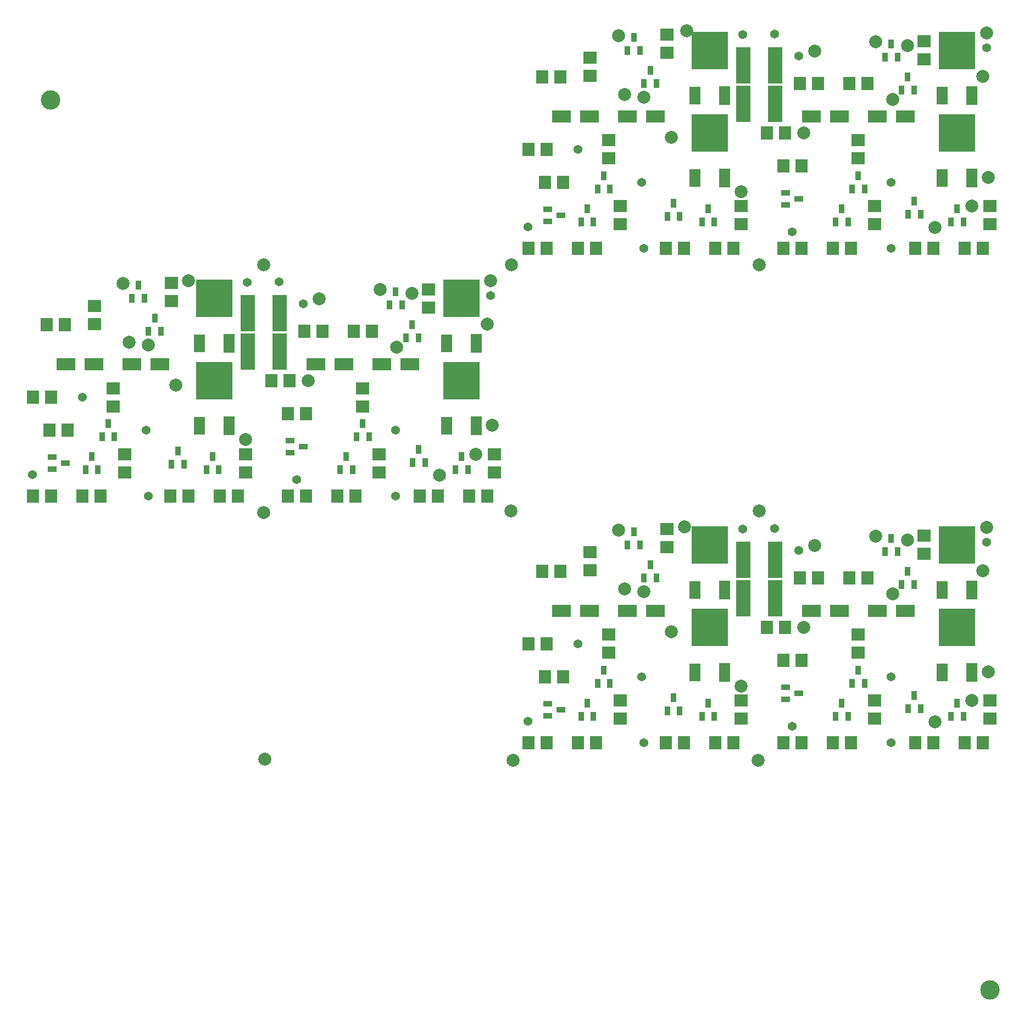
<source format=gts>
G04 Layer_Color=8388736*
%FSLAX25Y25*%
%MOIN*%
G70*
G01*
G75*
%ADD29C,0.05400*%
G04:AMPARAMS|DCode=30|XSize=70.99mil|YSize=78.87mil|CornerRadius=0mil|HoleSize=0mil|Usage=FLASHONLY|Rotation=270.000|XOffset=0mil|YOffset=0mil|HoleType=Round|Shape=RoundedRectangle|*
%AMROUNDEDRECTD30*
21,1,0.07099,0.07887,0,0,270.0*
21,1,0.07099,0.07887,0,0,270.0*
1,1,0.00000,-0.03943,-0.03550*
1,1,0.00000,-0.03943,0.03550*
1,1,0.00000,0.03943,0.03550*
1,1,0.00000,0.03943,-0.03550*
%
%ADD30ROUNDEDRECTD30*%
%ADD31R,0.11233X0.07690*%
%ADD32R,0.07000X0.11200*%
%ADD33R,0.22200X0.22800*%
%ADD34R,0.07000X0.11100*%
%ADD35R,0.03800X0.05800*%
%ADD36R,0.05800X0.03800*%
G04:AMPARAMS|DCode=37|XSize=70.99mil|YSize=78.87mil|CornerRadius=0mil|HoleSize=0mil|Usage=FLASHONLY|Rotation=0.000|XOffset=0mil|YOffset=0mil|HoleType=Round|Shape=RoundedRectangle|*
%AMROUNDEDRECTD37*
21,1,0.07099,0.07887,0,0,0.0*
21,1,0.07099,0.07887,0,0,0.0*
1,1,0.00000,0.03550,-0.03943*
1,1,0.00000,-0.03550,-0.03943*
1,1,0.00000,-0.03550,0.03943*
1,1,0.00000,0.03550,0.03943*
%
%ADD37ROUNDEDRECTD37*%
%ADD38R,0.08674X0.22060*%
%ADD39C,0.11811*%
%ADD40C,0.07868*%
D29*
X229300Y349600D02*
D03*
X77765Y349600D02*
D03*
X229300Y309600D02*
D03*
X173100Y426300D02*
D03*
X169300Y319600D02*
D03*
X79300Y309600D02*
D03*
X39300Y369600D02*
D03*
X8700Y322600D02*
D03*
X149300Y299600D02*
D03*
X287000Y431300D02*
D03*
X139100Y439200D02*
D03*
X158600Y439500D02*
D03*
X530000Y200000D02*
D03*
X378465Y200000D02*
D03*
X530000Y160000D02*
D03*
X473800Y276700D02*
D03*
X470000Y170000D02*
D03*
X380000Y160000D02*
D03*
X340000Y220000D02*
D03*
X309400Y173000D02*
D03*
X450000Y150000D02*
D03*
X587700Y281700D02*
D03*
X439800Y289600D02*
D03*
X459300Y289900D02*
D03*
Y589900D02*
D03*
X439800Y589600D02*
D03*
X470000Y470000D02*
D03*
X530000Y500000D02*
D03*
X587700Y581700D02*
D03*
X309400Y473000D02*
D03*
X473800Y576700D02*
D03*
X340000Y520000D02*
D03*
X530000Y460000D02*
D03*
X380000D02*
D03*
X450000Y450000D02*
D03*
X378465Y500000D02*
D03*
D30*
X209300Y375112D02*
D03*
Y364088D02*
D03*
X57765Y375112D02*
D03*
Y364088D02*
D03*
X289300Y324088D02*
D03*
Y335112D02*
D03*
X249300Y435112D02*
D03*
Y424088D02*
D03*
X219300Y324088D02*
D03*
Y335112D02*
D03*
X138119Y324088D02*
D03*
Y335112D02*
D03*
X93050Y439112D02*
D03*
Y428088D02*
D03*
X64812Y324088D02*
D03*
Y335112D02*
D03*
X46500Y425112D02*
D03*
Y414088D02*
D03*
X510000Y225512D02*
D03*
Y214488D02*
D03*
X358465Y225512D02*
D03*
Y214488D02*
D03*
X590000Y174488D02*
D03*
Y185512D02*
D03*
X550000Y285512D02*
D03*
Y274488D02*
D03*
X520000Y174488D02*
D03*
Y185512D02*
D03*
X438819Y174488D02*
D03*
Y185512D02*
D03*
X393750Y289512D02*
D03*
Y278488D02*
D03*
X365512Y174488D02*
D03*
Y185512D02*
D03*
X347200Y275512D02*
D03*
Y264488D02*
D03*
X358465Y525512D02*
D03*
Y514488D02*
D03*
X510000Y525512D02*
D03*
Y514488D02*
D03*
X365512Y474488D02*
D03*
Y485512D02*
D03*
X347200Y575512D02*
D03*
Y564488D02*
D03*
X393750Y589512D02*
D03*
Y578488D02*
D03*
X438819Y474488D02*
D03*
Y485512D02*
D03*
X520000Y474488D02*
D03*
Y485512D02*
D03*
X550000Y585512D02*
D03*
Y574488D02*
D03*
X590000Y474488D02*
D03*
Y485512D02*
D03*
D31*
X197765Y389600D02*
D03*
X180835D02*
D03*
X46229Y389600D02*
D03*
X29300D02*
D03*
X237765Y389600D02*
D03*
X220835D02*
D03*
X86229Y389600D02*
D03*
X69300D02*
D03*
X498465Y240000D02*
D03*
X481535D02*
D03*
X346929Y240000D02*
D03*
X330000D02*
D03*
X538465Y240000D02*
D03*
X521535D02*
D03*
X386929Y240000D02*
D03*
X370000D02*
D03*
X538465Y540000D02*
D03*
X521535D02*
D03*
X498465D02*
D03*
X481535D02*
D03*
X386929Y540000D02*
D03*
X370000D02*
D03*
X346929D02*
D03*
X330000D02*
D03*
D32*
X128300Y402300D02*
D03*
X278300D02*
D03*
X128300Y352300D02*
D03*
X278300D02*
D03*
X429000Y252700D02*
D03*
X579000D02*
D03*
X429000Y202700D02*
D03*
X579000D02*
D03*
X429000Y552700D02*
D03*
X579000D02*
D03*
X429000Y502700D02*
D03*
X579000D02*
D03*
D33*
X119300Y429600D02*
D03*
X269300D02*
D03*
X119300Y379600D02*
D03*
X269300D02*
D03*
X420000Y280000D02*
D03*
X570000D02*
D03*
X420000Y230000D02*
D03*
X570000D02*
D03*
X420000Y580000D02*
D03*
X570000D02*
D03*
X420000Y530000D02*
D03*
X570000D02*
D03*
D34*
X110300Y402300D02*
D03*
X260300D02*
D03*
X110300Y352300D02*
D03*
X260300D02*
D03*
X411000Y252700D02*
D03*
X561000D02*
D03*
X411000Y202700D02*
D03*
X561000D02*
D03*
X411000Y552700D02*
D03*
X561000D02*
D03*
X411000Y502700D02*
D03*
X561000D02*
D03*
D35*
X269300Y333600D02*
D03*
X273050Y325600D02*
D03*
X265550D02*
D03*
X239300Y413600D02*
D03*
X243050Y405600D02*
D03*
X235550D02*
D03*
X209300Y353600D02*
D03*
X213050Y345600D02*
D03*
X205550D02*
D03*
X118119Y333600D02*
D03*
X121869Y325600D02*
D03*
X114369D02*
D03*
X83050Y417600D02*
D03*
X86800Y409600D02*
D03*
X79300D02*
D03*
X54812Y353600D02*
D03*
X58562Y345600D02*
D03*
X51062D02*
D03*
X243300Y338100D02*
D03*
X247050Y330100D02*
D03*
X239550D02*
D03*
X229300Y433600D02*
D03*
X233050Y425600D02*
D03*
X225550D02*
D03*
X199300Y333600D02*
D03*
X203050Y325600D02*
D03*
X195550D02*
D03*
X97100Y336900D02*
D03*
X100850Y328900D02*
D03*
X93350D02*
D03*
X73050Y437600D02*
D03*
X76800Y429600D02*
D03*
X69300D02*
D03*
X44812Y333600D02*
D03*
X48562Y325600D02*
D03*
X41062D02*
D03*
X570000Y184000D02*
D03*
X573750Y176000D02*
D03*
X566250D02*
D03*
X540000Y264000D02*
D03*
X543750Y256000D02*
D03*
X536250D02*
D03*
X510000Y204000D02*
D03*
X513750Y196000D02*
D03*
X506250D02*
D03*
X418819Y184000D02*
D03*
X422569Y176000D02*
D03*
X415069D02*
D03*
X383750Y268000D02*
D03*
X387500Y260000D02*
D03*
X380000D02*
D03*
X355512Y204000D02*
D03*
X359262Y196000D02*
D03*
X351762D02*
D03*
X544000Y188500D02*
D03*
X547750Y180500D02*
D03*
X540250D02*
D03*
X530000Y284000D02*
D03*
X533750Y276000D02*
D03*
X526250D02*
D03*
X500000Y184000D02*
D03*
X503750Y176000D02*
D03*
X496250D02*
D03*
X397800Y187300D02*
D03*
X401550Y179300D02*
D03*
X394050D02*
D03*
X373750Y288000D02*
D03*
X377500Y280000D02*
D03*
X370000D02*
D03*
X345512Y184000D02*
D03*
X349262Y176000D02*
D03*
X341762D02*
D03*
X355512Y504000D02*
D03*
X359262Y496000D02*
D03*
X351762D02*
D03*
X345512Y484000D02*
D03*
X349262Y476000D02*
D03*
X341762D02*
D03*
X373750Y588000D02*
D03*
X377500Y580000D02*
D03*
X370000D02*
D03*
X397800Y487300D02*
D03*
X401550Y479300D02*
D03*
X394050D02*
D03*
X500000Y484000D02*
D03*
X503750Y476000D02*
D03*
X496250D02*
D03*
X530000Y584000D02*
D03*
X533750Y576000D02*
D03*
X526250D02*
D03*
X544000Y488500D02*
D03*
X547750Y480500D02*
D03*
X540250D02*
D03*
X383750Y568000D02*
D03*
X387500Y560000D02*
D03*
X380000D02*
D03*
X418819Y484000D02*
D03*
X422569Y476000D02*
D03*
X415069D02*
D03*
X510000Y504000D02*
D03*
X513750Y496000D02*
D03*
X506250D02*
D03*
X540000Y564000D02*
D03*
X543750Y556000D02*
D03*
X536250D02*
D03*
X570000Y484000D02*
D03*
X573750Y476000D02*
D03*
X566250D02*
D03*
D36*
X173300Y339600D02*
D03*
X165300Y335850D02*
D03*
Y343350D02*
D03*
X28812Y329600D02*
D03*
X20812Y325850D02*
D03*
Y333350D02*
D03*
X474000Y190000D02*
D03*
X466000Y186250D02*
D03*
Y193750D02*
D03*
X329512Y180000D02*
D03*
X321512Y176250D02*
D03*
Y183750D02*
D03*
X474000Y490000D02*
D03*
X466000Y486250D02*
D03*
Y493750D02*
D03*
X329512Y480000D02*
D03*
X321512Y476250D02*
D03*
Y483750D02*
D03*
D37*
X254812Y309600D02*
D03*
X243788D02*
D03*
X184812Y409600D02*
D03*
X173788D02*
D03*
X174812Y309600D02*
D03*
X163788D02*
D03*
X103631D02*
D03*
X92607D02*
D03*
X28562Y413600D02*
D03*
X17538D02*
D03*
X20324Y309600D02*
D03*
X9300D02*
D03*
X284812D02*
D03*
X273788D02*
D03*
X214812Y409600D02*
D03*
X203788D02*
D03*
X204812Y309600D02*
D03*
X193788D02*
D03*
X133631D02*
D03*
X122607D02*
D03*
X50324D02*
D03*
X39300D02*
D03*
X174812Y359600D02*
D03*
X163788D02*
D03*
X30324Y349600D02*
D03*
X19300D02*
D03*
X153788Y379600D02*
D03*
X164812D02*
D03*
X9300Y369600D02*
D03*
X20324D02*
D03*
X555512Y160000D02*
D03*
X544488D02*
D03*
X485512Y260000D02*
D03*
X474488D02*
D03*
X475512Y160000D02*
D03*
X464488D02*
D03*
X404331D02*
D03*
X393307D02*
D03*
X329262Y264000D02*
D03*
X318238D02*
D03*
X321024Y160000D02*
D03*
X310000D02*
D03*
X585512D02*
D03*
X574488D02*
D03*
X515512Y260000D02*
D03*
X504488D02*
D03*
X505512Y160000D02*
D03*
X494488D02*
D03*
X434331D02*
D03*
X423307D02*
D03*
X351024D02*
D03*
X340000D02*
D03*
X475512Y210000D02*
D03*
X464488D02*
D03*
X331024Y200000D02*
D03*
X320000D02*
D03*
X454488Y230000D02*
D03*
X465512D02*
D03*
X310000Y220000D02*
D03*
X321024D02*
D03*
X475512Y510000D02*
D03*
X464488D02*
D03*
X454488Y530000D02*
D03*
X465512D02*
D03*
X321024Y460000D02*
D03*
X310000D02*
D03*
X351024D02*
D03*
X340000D02*
D03*
X310000Y520000D02*
D03*
X321024D02*
D03*
X331024Y500000D02*
D03*
X320000D02*
D03*
X434331Y460000D02*
D03*
X423307D02*
D03*
X505512D02*
D03*
X494488D02*
D03*
X515512Y560000D02*
D03*
X504488D02*
D03*
X585512Y460000D02*
D03*
X574488D02*
D03*
X329262Y564000D02*
D03*
X318238D02*
D03*
X404331Y460000D02*
D03*
X393307D02*
D03*
X475512D02*
D03*
X464488D02*
D03*
X485512Y560000D02*
D03*
X474488D02*
D03*
X555512Y460000D02*
D03*
X544488D02*
D03*
D38*
X139655Y420700D02*
D03*
X158947D02*
D03*
X139655Y397200D02*
D03*
X158947D02*
D03*
X440355Y271100D02*
D03*
X459647D02*
D03*
X440355Y247600D02*
D03*
X459647D02*
D03*
X440355Y547600D02*
D03*
X459647D02*
D03*
X440355Y571100D02*
D03*
X459647D02*
D03*
D39*
X590000Y10000D02*
D03*
X20000Y550000D02*
D03*
D40*
X255900Y322300D02*
D03*
X288000Y352700D02*
D03*
X176200Y379600D02*
D03*
X182700Y429200D02*
D03*
X230000Y399900D02*
D03*
X219700Y434900D02*
D03*
X284800Y413900D02*
D03*
X239261Y432576D02*
D03*
X287000Y440200D02*
D03*
X67600Y402800D02*
D03*
X95800Y376900D02*
D03*
X79300Y401200D02*
D03*
X63900Y438600D02*
D03*
X138119Y343919D02*
D03*
X278012Y335112D02*
D03*
X404400Y290900D02*
D03*
X556600Y172700D02*
D03*
X588700Y203100D02*
D03*
X476900Y230000D02*
D03*
X483400Y279600D02*
D03*
X530700Y250300D02*
D03*
X520400Y285300D02*
D03*
X585500Y264300D02*
D03*
X539961Y282976D02*
D03*
X587700Y290600D02*
D03*
X368300Y253200D02*
D03*
X396500Y227300D02*
D03*
X380000Y251600D02*
D03*
X364600Y289000D02*
D03*
X438819Y194319D02*
D03*
X578712Y185512D02*
D03*
X149800Y149900D02*
D03*
X300400Y149400D02*
D03*
X449200D02*
D03*
X449700Y300500D02*
D03*
X299100D02*
D03*
X149300Y299600D02*
D03*
Y449800D02*
D03*
X299500D02*
D03*
X450000Y450000D02*
D03*
X578712Y485512D02*
D03*
X438819Y494319D02*
D03*
X364600Y589000D02*
D03*
X380000Y551600D02*
D03*
X396500Y527300D02*
D03*
X368300Y553200D02*
D03*
X405800Y592000D02*
D03*
X587700Y590600D02*
D03*
X539961Y582976D02*
D03*
X585500Y564300D02*
D03*
X520400Y585300D02*
D03*
X530700Y550300D02*
D03*
X483400Y579600D02*
D03*
X476900Y530000D02*
D03*
X588700Y503100D02*
D03*
X556600Y472700D02*
D03*
X103500Y440400D02*
D03*
M02*

</source>
